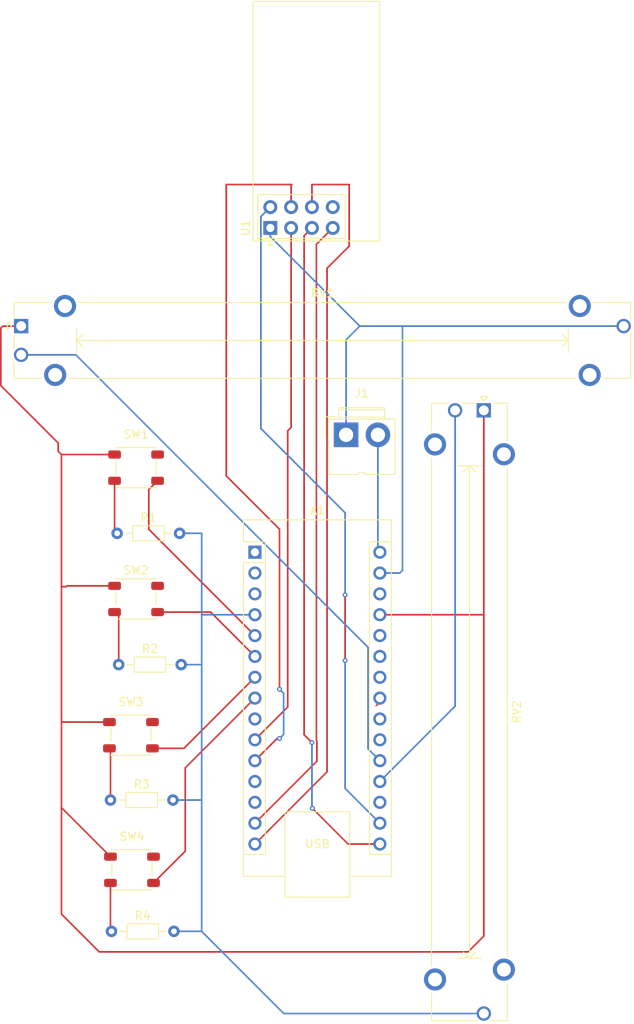
<source format=kicad_pcb>
(kicad_pcb (version 20240108) (generator "pcbnew") (generator_version "8.0")
  (layers (0 "F.Cu" signal) (31 "B.Cu" signal) (34 "B.Paste" user) (35 "F.Paste" user) (36 "B.SilkS" user "B.Silkscreen") (37 "F.SilkS" user "F.Silkscreen") (38 "B.Mask" user) (39 "F.Mask" user) (44 "Edge.Cuts" user))
  (net 0 "")
  (net 8 "unconnected-(A1-A4-Pad23)")
  (net 9 "Net-(A1-D2)")
  (net 13 "Net-(A1-A1)")
  (net 14 "Net-(A1-D11)")
  (net 15 "Net-(A1-A0)")
  (net 16 "Net-(A1-D7)")
  (net 17 "Net-(A1-D13)")
  (net 19 "Net-(A1-D5)")
  (net 22 "Net-(A1-+5V)")
  (net 23 "Net-(A1-D8)")
  (net 24 "Net-(A1-D4)")
  (net 25 "Net-(A1-D12)")
  (net 26 "Net-(A1-D3)")
  (net 27 "Net-(A1-3V3)")
  (net 29 "Net-(J1-Pin_1)")
  (net 30 "Net-(A1-VIN)")
  (footprint "Resistor_THT:R_Axial_DIN0204_L3.6mm_D1.6mm_P7.62mm_Horizontal" (layer "F.Cu") (at 122.19 85.5)
    (property "Reference" "R1" (at 3.81 -1.92 360) (layer "F.SilkS"))
    (property "Value" "10 kΩ")
    (fp_line (start 0.94 0) (end 1.89 0) (stroke (width 0.12)) (layer "F.SilkS"))
    (fp_line (start 1.89 -0.92) (end 1.89 0.92) (stroke (width 0.12)) (layer "F.SilkS"))
    (fp_line (start 1.89 0.92) (end 5.73 0.92) (stroke (width 0.12)) (layer "F.SilkS"))
    (fp_line (start 5.73 -0.92) (end 1.89 -0.92) (stroke (width 0.12)) (layer "F.SilkS"))
    (fp_line (start 5.73 0.92) (end 5.73 -0.92) (stroke (width 0.12)) (layer "F.SilkS"))
    (fp_line (start 6.68 0) (end 5.73 0) (stroke (width 0.12)) (layer "F.SilkS"))
    (pad "1" thru_hole circle (at 0 0) (size 1.4 1.4) (drill 0.7) (layers "*.Cu" "*.Mask") (net 9 "Net-(A1-D2)"))
    (pad "2" thru_hole oval (at 7.62 0) (size 1.4 1.4) (drill 0.7) (layers "*.Cu" "*.Mask") (net 29 "Net-(J1-Pin_1)"))
  )
  (footprint "Module:Arduino_Nano" (layer "F.Cu") (at 139 87.8)
    (property "Reference" "A1" (at 7.62 -5.08 0) (layer "F.SilkS"))
    (property "Value" "Arduino_Nano_v3.x")
    (fp_line (start -1.4 -3.94) (end -1.4 -1.27) (stroke (width 0.12)) (layer "F.SilkS"))
    (fp_line (start -1.4 1.27) (end -1.4 39.5) (stroke (width 0.12)) (layer "F.SilkS"))
    (fp_line (start -1.4 39.5) (end 3.68 39.5) (stroke (width 0.12)) (layer "F.SilkS"))
    (fp_line (start 1.27 -1.27) (end -1.4 -1.27) (stroke (width 0.12)) (layer "F.SilkS"))
    (fp_line (start 1.27 1.27) (end -1.4 1.27) (stroke (width 0.12)) (layer "F.SilkS"))
    (fp_line (start 1.27 1.27) (end 1.27 -1.27) (stroke (width 0.12)) (layer "F.SilkS"))
    (fp_line (start 1.27 1.27) (end 1.27 36.83) (stroke (width 0.12)) (layer "F.SilkS"))
    (fp_line (start 1.27 36.83) (end -1.4 36.83) (stroke (width 0.12)) (layer "F.SilkS"))
    (fp_line (start 3.68 31.62) (end 11.56 31.62) (stroke (width 0.12)) (layer "F.SilkS"))
    (fp_line (start 3.68 42.04) (end 3.68 31.62) (stroke (width 0.12)) (layer "F.SilkS"))
    (fp_line (start 11.56 31.62) (end 11.56 42.04) (stroke (width 0.12)) (layer "F.SilkS"))
    (fp_line (start 11.56 42.04) (end 3.68 42.04) (stroke (width 0.12)) (layer "F.SilkS"))
    (fp_line (start 13.97 -1.27) (end 13.97 36.83) (stroke (width 0.12)) (layer "F.SilkS"))
    (fp_line (start 13.97 -1.27) (end 16.64 -1.27) (stroke (width 0.12)) (layer "F.SilkS"))
    (fp_line (start 13.97 36.83) (end 16.64 36.83) (stroke (width 0.12)) (layer "F.SilkS"))
    (fp_line (start 16.64 -3.94) (end -1.4 -3.94) (stroke (width 0.12)) (layer "F.SilkS"))
    (fp_line (start 16.64 39.5) (end 11.56 39.5) (stroke (width 0.12)) (layer "F.SilkS"))
    (fp_line (start 16.64 39.5) (end 16.64 -3.94) (stroke (width 0.12)) (layer "F.SilkS"))
    (fp_text user "USB" (at 7.62 35.56 0) (layer "F.SilkS"))
    (pad "1" thru_hole rect (at 0 0) (size 1.6 1.6) (drill 1) (layers "*.Cu" "*.Mask"))
    (pad "2" thru_hole oval (at 0 2.54) (size 1.6 1.6) (drill 1) (layers "*.Cu" "*.Mask"))
    (pad "3" thru_hole oval (at 0 5.08) (size 1.6 1.6) (drill 1) (layers "*.Cu" "*.Mask"))
    (pad "4" thru_hole oval (at 0 7.62) (size 1.6 1.6) (drill 1) (layers "*.Cu" "*.Mask") (net 29 "Net-(J1-Pin_1)"))
    (pad "5" thru_hole oval (at 0 10.16) (size 1.6 1.6) (drill 1) (layers "*.Cu" "*.Mask") (net 9 "Net-(A1-D2)"))
    (pad "6" thru_hole oval (at 0 12.7) (size 1.6 1.6) (drill 1) (layers "*.Cu" "*.Mask") (net 26 "Net-(A1-D3)"))
    (pad "7" thru_hole oval (at 0 15.24) (size 1.6 1.6) (drill 1) (layers "*.Cu" "*.Mask") (net 24 "Net-(A1-D4)"))
    (pad "8" thru_hole oval (at 0 17.78) (size 1.6 1.6) (drill 1) (layers "*.Cu" "*.Mask") (net 19 "Net-(A1-D5)"))
    (pad "9" thru_hole oval (at 0 20.32) (size 1.6 1.6) (drill 1) (layers "*.Cu" "*.Mask"))
    (pad "10" thru_hole oval (at 0 22.86) (size 1.6 1.6) (drill 1) (layers "*.Cu" "*.Mask") (net 16 "Net-(A1-D7)"))
    (pad "11" thru_hole oval (at 0 25.4) (size 1.6 1.6) (drill 1) (layers "*.Cu" "*.Mask") (net 23 "Net-(A1-D8)"))
    (pad "12" thru_hole oval (at 0 27.94) (size 1.6 1.6) (drill 1) (layers "*.Cu" "*.Mask"))
    (pad "13" thru_hole oval (at 0 30.48) (size 1.6 1.6) (drill 1) (layers "*.Cu" "*.Mask"))
    (pad "14" thru_hole oval (at 0 33.02) (size 1.6 1.6) (drill 1) (layers "*.Cu" "*.Mask") (net 14 "Net-(A1-D11)"))
    (pad "15" thru_hole oval (at 0 35.56) (size 1.6 1.6) (drill 1) (layers "*.Cu" "*.Mask") (net 25 "Net-(A1-D12)"))
    (pad "16" thru_hole oval (at 15.24 35.56) (size 1.6 1.6) (drill 1) (layers "*.Cu" "*.Mask") (net 17 "Net-(A1-D13)"))
    (pad "17" thru_hole oval (at 15.24 33.02) (size 1.6 1.6) (drill 1) (layers "*.Cu" "*.Mask") (net 27 "Net-(A1-3V3)"))
    (pad "18" thru_hole oval (at 15.24 30.48) (size 1.6 1.6) (drill 1) (layers "*.Cu" "*.Mask"))
    (pad "19" thru_hole oval (at 15.24 27.94) (size 1.6 1.6) (drill 1) (layers "*.Cu" "*.Mask") (net 15 "Net-(A1-A0)"))
    (pad "20" thru_hole oval (at 15.24 25.4) (size 1.6 1.6) (drill 1) (layers "*.Cu" "*.Mask") (net 13 "Net-(A1-A1)"))
    (pad "21" thru_hole oval (at 15.24 22.86) (size 1.6 1.6) (drill 1) (layers "*.Cu" "*.Mask"))
    (pad "22" thru_hole oval (at 15.24 20.32) (size 1.6 1.6) (drill 1) (layers "*.Cu" "*.Mask"))
    (pad "23" thru_hole oval (at 15.24 17.78) (size 1.6 1.6) (drill 1) (layers "*.Cu" "*.Mask") (net 8 "unconnected-(A1-A4-Pad23)"))
    (pad "24" thru_hole oval (at 15.24 15.24) (size 1.6 1.6) (drill 1) (layers "*.Cu" "*.Mask"))
    (pad "25" thru_hole oval (at 15.24 12.7) (size 1.6 1.6) (drill 1) (layers "*.Cu" "*.Mask"))
    (pad "26" thru_hole oval (at 15.24 10.16) (size 1.6 1.6) (drill 1) (layers "*.Cu" "*.Mask"))
    (pad "27" thru_hole oval (at 15.24 7.62) (size 1.6 1.6) (drill 1) (layers "*.Cu" "*.Mask") (net 22 "Net-(A1-+5V)"))
    (pad "28" thru_hole oval (at 15.24 5.08) (size 1.6 1.6) (drill 1) (layers "*.Cu" "*.Mask"))
    (pad "29" thru_hole oval (at 15.24 2.54) (size 1.6 1.6) (drill 1) (layers "*.Cu" "*.Mask") (net 29 "Net-(J1-Pin_1)"))
    (pad "30" thru_hole oval (at 15.24 0) (size 1.6 1.6) (drill 1) (layers "*.Cu" "*.Mask") (net 30 "Net-(A1-VIN)"))
  )
  (footprint "Button_Switch_SMD:SW_SPST_PTS647_Sx50" (layer "F.Cu") (at 124.5 93.5)
    (property "Reference" "SW2" (at 0 -3.5 360) (layer "F.SilkS"))
    (property "Value" "SW_SPST")
    (fp_line (start -2.45 -2.45) (end -2.45 -2.4) (stroke (width 0.12)) (layer "F.SilkS"))
    (fp_line (start -2.45 -2.45) (end 2.45 -2.45) (stroke (width 0.12)) (layer "F.SilkS"))
    (fp_line (start -2.45 -0.75) (end -2.45 0.75) (stroke (width 0.12)) (layer "F.SilkS"))
    (fp_line (start -2.45 2.45) (end -2.45 2.4) (stroke (width 0.12)) (layer "F.SilkS"))
    (fp_line (start -2.45 2.45) (end 2.45 2.45) (stroke (width 0.12)) (layer "F.SilkS"))
    (fp_line (start 2.45 -2.45) (end 2.45 -2.4) (stroke (width 0.12)) (layer "F.SilkS"))
    (fp_line (start 2.45 -0.75) (end 2.45 0.75) (stroke (width 0.12)) (layer "F.SilkS"))
    (fp_line (start 2.45 2.45) (end 2.45 2.4) (stroke (width 0.12)) (layer "F.SilkS"))
    (pad "1" smd roundrect (at -2.625 -1.6) (size 1.55 1) (layers "F.Cu" "F.Paste" "F.Mask") (net 22 "Net-(A1-+5V)"))
    (pad "1" smd roundrect (at 2.625 -1.6) (size 1.55 1) (layers "F.Cu" "F.Paste" "F.Mask") (net 22 "Net-(A1-+5V)"))
    (pad "2" smd roundrect (at -2.625 1.6) (size 1.55 1) (layers "F.Cu" "F.Paste" "F.Mask") (net 26 "Net-(A1-D3)"))
    (pad "2" smd roundrect (at 2.625 1.6) (size 1.55 1) (layers "F.Cu" "F.Paste" "F.Mask") (net 26 "Net-(A1-D3)"))
  )
  (footprint "Button_Switch_SMD:SW_SPST_PTS647_Sx50" (layer "F.Cu") (at 124 126.5)
    (property "Reference" "SW4" (at 0 -4.05 0) (layer "F.SilkS"))
    (property "Value" "SW_SPST")
    (fp_line (start -2.45 -2.45) (end -2.45 -2.4) (stroke (width 0.12)) (layer "F.SilkS"))
    (fp_line (start -2.45 -2.45) (end 2.45 -2.45) (stroke (width 0.12)) (layer "F.SilkS"))
    (fp_line (start -2.45 -0.75) (end -2.45 0.75) (stroke (width 0.12)) (layer "F.SilkS"))
    (fp_line (start -2.45 2.45) (end -2.45 2.4) (stroke (width 0.12)) (layer "F.SilkS"))
    (fp_line (start -2.45 2.45) (end 2.45 2.45) (stroke (width 0.12)) (layer "F.SilkS"))
    (fp_line (start 2.45 -2.45) (end 2.45 -2.4) (stroke (width 0.12)) (layer "F.SilkS"))
    (fp_line (start 2.45 -0.75) (end 2.45 0.75) (stroke (width 0.12)) (layer "F.SilkS"))
    (fp_line (start 2.45 2.45) (end 2.45 2.4) (stroke (width 0.12)) (layer "F.SilkS"))
    (pad "1" smd roundrect (at -2.625 -1.6) (size 1.55 1) (layers "F.Cu" "F.Paste" "F.Mask") (net 22 "Net-(A1-+5V)"))
    (pad "1" smd roundrect (at 2.625 -1.6) (size 1.55 1) (layers "F.Cu" "F.Paste" "F.Mask") (net 22 "Net-(A1-+5V)"))
    (pad "2" smd roundrect (at -2.625 1.6) (size 1.55 1) (layers "F.Cu" "F.Paste" "F.Mask") (net 19 "Net-(A1-D5)"))
    (pad "2" smd roundrect (at 2.625 1.6) (size 1.55 1) (layers "F.Cu" "F.Paste" "F.Mask") (net 19 "Net-(A1-D5)"))
  )
  (footprint "RF_Module:nRF24L01_Breakout" (layer "F.Cu") (at 140.875 48.2895 90)
    (property "Reference" "U1" (at 0 -3 90) (layer "F.SilkS"))
    (property "Value" "NRF24L01_Breakout")
    (fp_line (start 27.6 -2.1) (end 27.6 13.35) (stroke (width 0.12)) (layer "F.SilkS"))
    (fp_line (start -1.6 -2.1) (end 27.6 -2.1) (stroke (width 0.12)) (layer "F.SilkS"))
    (fp_line (start -1.6 -2.1) (end -1.6 -2.1) (stroke (width 0.12)) (layer "F.SilkS"))
    (fp_line (start 4.064 -1.524) (end 4.064 9.144) (stroke (width 0.12)) (layer "F.SilkS"))
    (fp_line (start -1.27 -1.524) (end 4.064 -1.524) (stroke (width 0.12)) (layer "F.SilkS"))
    (fp_line (start -1.27 -1.524) (end -1.27 -1.524) (stroke (width 0.12)) (layer "F.SilkS"))
    (fp_line (start 4.064 9.144) (end -1.27 9.144) (stroke (width 0.12)) (layer "F.SilkS"))
    (fp_line (start -1.27 9.144) (end -1.27 -1.524) (stroke (width 0.12)) (layer "F.SilkS"))
    (fp_line (start -1.27 9.144) (end -1.27 9.144) (stroke (width 0.12)) (layer "F.SilkS"))
    (fp_line (start 27.6 13.35) (end -1.6 13.35) (stroke (width 0.12)) (layer "F.SilkS"))
    (fp_line (start -1.6 13.35) (end -1.6 -2.1) (stroke (width 0.12)) (layer "F.SilkS"))
    (fp_poly (pts (xy -1.8 0) (xy -2.136 0.24) (xy -2.136 -0.24) (xy -1.8 0)) (stroke (width 0.12)) (fill solid) (layer "F.SilkS"))
    (pad "1" thru_hole rect (at 0 0 90) (size 1.7 1.7) (drill 1) (layers "*.Cu" "*.Mask") (net 29 "Net-(J1-Pin_1)"))
    (pad "2" thru_hole circle (at 2.54 0 90) (size 1.7 1.7) (drill 1) (layers "*.Cu" "*.Mask") (net 27 "Net-(A1-3V3)"))
    (pad "3" thru_hole circle (at 0 2.54 90) (size 1.7 1.7) (drill 1) (layers "*.Cu" "*.Mask") (net 16 "Net-(A1-D7)"))
    (pad "4" thru_hole circle (at 2.54 2.54 90) (size 1.7 1.7) (drill 1) (layers "*.Cu" "*.Mask") (net 23 "Net-(A1-D8)"))
    (pad "5" thru_hole circle (at 0 5.08 90) (size 1.7 1.7) (drill 1) (layers "*.Cu" "*.Mask") (net 17 "Net-(A1-D13)"))
    (pad "6" thru_hole circle (at 2.54 5.08 90) (size 1.7 1.7) (drill 1) (layers "*.Cu" "*.Mask") (net 25 "Net-(A1-D12)"))
    (pad "7" thru_hole circle (at 0 7.62 90) (size 1.7 1.7) (drill 1) (layers "*.Cu" "*.Mask") (net 14 "Net-(A1-D11)"))
    (pad "8" thru_hole circle (at 2.54 7.62 90) (size 1.7 1.7) (drill 1) (layers "*.Cu" "*.Mask"))
  )
  (footprint "Button_Switch_SMD:SW_SPST_PTS647_Sx50" (layer "F.Cu") (at 123.875 110.1)
    (property "Reference" "SW3" (at 0 -4.05 0) (layer "F.SilkS"))
    (property "Value" "SW_SPST")
    (fp_line (start -2.45 -2.45) (end -2.45 -2.4) (stroke (width 0.12)) (layer "F.SilkS"))
    (fp_line (start -2.45 -2.45) (end 2.45 -2.45) (stroke (width 0.12)) (layer "F.SilkS"))
    (fp_line (start -2.45 -0.75) (end -2.45 0.75) (stroke (width 0.12)) (layer "F.SilkS"))
    (fp_line (start -2.45 2.45) (end -2.45 2.4) (stroke (width 0.12)) (layer "F.SilkS"))
    (fp_line (start -2.45 2.45) (end 2.45 2.45) (stroke (width 0.12)) (layer "F.SilkS"))
    (fp_line (start 2.45 -2.45) (end 2.45 -2.4) (stroke (width 0.12)) (layer "F.SilkS"))
    (fp_line (start 2.45 -0.75) (end 2.45 0.75) (stroke (width 0.12)) (layer "F.SilkS"))
    (fp_line (start 2.45 2.45) (end 2.45 2.4) (stroke (width 0.12)) (layer "F.SilkS"))
    (pad "1" smd roundrect (at -2.625 -1.6) (size 1.55 1) (layers "F.Cu" "F.Paste" "F.Mask") (net 22 "Net-(A1-+5V)"))
    (pad "1" smd roundrect (at 2.625 -1.6) (size 1.55 1) (layers "F.Cu" "F.Paste" "F.Mask") (net 22 "Net-(A1-+5V)"))
    (pad "2" smd roundrect (at -2.625 1.6) (size 1.55 1) (layers "F.Cu" "F.Paste" "F.Mask") (net 24 "Net-(A1-D4)"))
    (pad "2" smd roundrect (at 2.625 1.6) (size 1.55 1) (layers "F.Cu" "F.Paste" "F.Mask") (net 24 "Net-(A1-D4)"))
  )
  (footprint "Resistor_THT:R_Axial_DIN0204_L3.6mm_D1.6mm_P7.62mm_Horizontal" (layer "F.Cu") (at 121.38 118)
    (property "Reference" "R3" (at 3.81 -1.92 0) (layer "F.SilkS"))
    (property "Value" "10 kΩ")
    (fp_line (start 0.94 0) (end 1.89 0) (stroke (width 0.12)) (layer "F.SilkS"))
    (fp_line (start 1.89 -0.92) (end 1.89 0.92) (stroke (width 0.12)) (layer "F.SilkS"))
    (fp_line (start 1.89 0.92) (end 5.73 0.92) (stroke (width 0.12)) (layer "F.SilkS"))
    (fp_line (start 5.73 -0.92) (end 1.89 -0.92) (stroke (width 0.12)) (layer "F.SilkS"))
    (fp_line (start 5.73 0.92) (end 5.73 -0.92) (stroke (width 0.12)) (layer "F.SilkS"))
    (fp_line (start 6.68 0) (end 5.73 0) (stroke (width 0.12)) (layer "F.SilkS"))
    (pad "1" thru_hole circle (at 0 0) (size 1.4 1.4) (drill 0.7) (layers "*.Cu" "*.Mask") (net 24 "Net-(A1-D4)"))
    (pad "2" thru_hole oval (at 7.62 0) (size 1.4 1.4) (drill 0.7) (layers "*.Cu" "*.Mask") (net 29 "Net-(J1-Pin_1)"))
  )
  (footprint "Potentiometer_THT:Potentiometer_Bourns_PTA6043_Single_Slide" (layer "F.Cu") (at 110.48 60.25)
    (property "Reference" "RV1" (at 36.75 -4 0) (layer "F.SilkS"))
    (property "Value" "R_Potentiometer")
    (fp_line (start -1.675 -0.5) (end -1.675 0.5) (stroke (width 0.12)) (layer "F.SilkS"))
    (fp_line (start -1.675 0.5) (end -1.175 0) (stroke (width 0.12)) (layer "F.SilkS"))
    (fp_line (start -1.175 0) (end -1.675 -0.5) (stroke (width 0.12)) (layer "F.SilkS"))
    (fp_line (start -0.87 -2.87) (end -0.87 -1.175) (stroke (width 0.12)) (layer "F.SilkS"))
    (fp_line (start -0.87 -2.87) (end 3.715 -2.87) (stroke (width 0.12)) (layer "F.SilkS"))
    (fp_line (start -0.87 1.175) (end -0.87 2.678) (stroke (width 0.12)) (layer "F.SilkS"))
    (fp_line (start -0.87 4.323) (end -0.87 6.37) (stroke (width 0.12)) (layer "F.SilkS"))
    (fp_line (start -0.87 6.37) (end 2.515 6.37) (stroke (width 0.12)) (layer "F.SilkS"))
    (fp_line (start 5.786 6.37) (end 67.715 6.37) (stroke (width 0.12)) (layer "F.SilkS"))
    (fp_line (start 6.75 0.25) (end 6.75 3.25) (stroke (width 0.12)) (layer "F.SilkS"))
    (fp_line (start 6.75 1.75) (end 7.5 2.5) (stroke (width 0.12)) (layer "F.SilkS"))
    (fp_line (start 6.75 1.75) (end 66.75 1.75) (stroke (width 0.12)) (layer "F.SilkS"))
    (fp_line (start 6.986 -2.87) (end 66.515 -2.87) (stroke (width 0.12)) (layer "F.SilkS"))
    (fp_line (start 7.5 1) (end 6.75 1.75) (stroke (width 0.12)) (layer "F.SilkS"))
    (fp_line (start 66 1) (end 66.75 1.75) (stroke (width 0.12)) (layer "F.SilkS"))
    (fp_line (start 66.75 0.25) (end 66.75 3.25) (stroke (width 0.12)) (layer "F.SilkS"))
    (fp_line (start 66.75 1.75) (end 66 2.5) (stroke (width 0.12)) (layer "F.SilkS"))
    (fp_line (start 69.786 -2.87) (end 74.37 -2.87) (stroke (width 0.12)) (layer "F.SilkS"))
    (fp_line (start 70.986 6.37) (end 74.37 6.37) (stroke (width 0.12)) (layer "F.SilkS"))
    (fp_line (start 74.37 -2.87) (end 74.37 -0.823) (stroke (width 0.12)) (layer "F.SilkS"))
    (fp_line (start 74.37 0.823) (end 74.37 6.37) (stroke (width 0.12)) (layer "F.SilkS"))
    (pad "1" thru_hole rect (at 0 0) (size 1.75 1.75) (drill 1.2) (layers "*.Cu" "*.Mask") (net 22 "Net-(A1-+5V)"))
    (pad "2" thru_hole circle (at 0 3.5) (size 1.75 1.75) (drill 1.2) (layers "*.Cu" "*.Mask") (net 13 "Net-(A1-A1)"))
    (pad "3" thru_hole circle (at 73.5 0) (size 1.75 1.75) (drill 1.2) (layers "*.Cu" "*.Mask") (net 29 "Net-(J1-Pin_1)"))
    (pad "MP" thru_hole circle (at 4.15 5.95) (size 2.7 2.7) (drill 1.7) (layers "*.Cu" "*.Mask"))
    (pad "MP" thru_hole circle (at 5.35 -2.45) (size 2.7 2.7) (drill 1.7) (layers "*.Cu" "*.Mask"))
    (pad "MP" thru_hole circle (at 68.15 -2.45) (size 2.7 2.7) (drill 1.7) (layers "*.Cu" "*.Mask"))
    (pad "MP" thru_hole circle (at 69.35 5.95) (size 2.7 2.7) (drill 1.7) (layers "*.Cu" "*.Mask"))
  )
  (footprint "Resistor_THT:R_Axial_DIN0204_L3.6mm_D1.6mm_P7.62mm_Horizontal" (layer "F.Cu") (at 122.38 101.5)
    (property "Reference" "R2" (at 3.81 -1.92 360) (layer "F.SilkS"))
    (property "Value" "10 kΩ")
    (fp_line (start 0.94 0) (end 1.89 0) (stroke (width 0.12)) (layer "F.SilkS"))
    (fp_line (start 1.89 -0.92) (end 1.89 0.92) (stroke (width 0.12)) (layer "F.SilkS"))
    (fp_line (start 1.89 0.92) (end 5.73 0.92) (stroke (width 0.12)) (layer "F.SilkS"))
    (fp_line (start 5.73 -0.92) (end 1.89 -0.92) (stroke (width 0.12)) (layer "F.SilkS"))
    (fp_line (start 5.73 0.92) (end 5.73 -0.92) (stroke (width 0.12)) (layer "F.SilkS"))
    (fp_line (start 6.68 0) (end 5.73 0) (stroke (width 0.12)) (layer "F.SilkS"))
    (pad "1" thru_hole circle (at 0 0) (size 1.4 1.4) (drill 0.7) (layers "*.Cu" "*.Mask") (net 26 "Net-(A1-D3)"))
    (pad "2" thru_hole oval (at 7.62 0) (size 1.4 1.4) (drill 0.7) (layers "*.Cu" "*.Mask") (net 29 "Net-(J1-Pin_1)"))
  )
  (footprint "Button_Switch_SMD:SW_SPST_PTS647_Sx50" (layer "F.Cu") (at 124.5 77.5)
    (property "Reference" "SW1" (at 0 -4.05 0) (layer "F.SilkS"))
    (property "Value" "SW_SPST")
    (fp_line (start -2.45 -2.45) (end -2.45 -2.4) (stroke (width 0.12)) (layer "F.SilkS"))
    (fp_line (start -2.45 -2.45) (end 2.45 -2.45) (stroke (width 0.12)) (layer "F.SilkS"))
    (fp_line (start -2.45 -0.75) (end -2.45 0.75) (stroke (width 0.12)) (layer "F.SilkS"))
    (fp_line (start -2.45 2.45) (end -2.45 2.4) (stroke (width 0.12)) (layer "F.SilkS"))
    (fp_line (start -2.45 2.45) (end 2.45 2.45) (stroke (width 0.12)) (layer "F.SilkS"))
    (fp_line (start 2.45 -2.45) (end 2.45 -2.4) (stroke (width 0.12)) (layer "F.SilkS"))
    (fp_line (start 2.45 -0.75) (end 2.45 0.75) (stroke (width 0.12)) (layer "F.SilkS"))
    (fp_line (start 2.45 2.45) (end 2.45 2.4) (stroke (width 0.12)) (layer "F.SilkS"))
    (pad "1" smd roundrect (at -2.625 -1.6) (size 1.55 1) (layers "F.Cu" "F.Paste" "F.Mask") (net 22 "Net-(A1-+5V)"))
    (pad "1" smd roundrect (at 2.625 -1.6) (size 1.55 1) (layers "F.Cu" "F.Paste" "F.Mask") (net 22 "Net-(A1-+5V)"))
    (pad "2" smd roundrect (at -2.625 1.6) (size 1.55 1) (layers "F.Cu" "F.Paste" "F.Mask") (net 9 "Net-(A1-D2)"))
    (pad "2" smd roundrect (at 2.625 1.6) (size 1.55 1) (layers "F.Cu" "F.Paste" "F.Mask") (net 9 "Net-(A1-D2)"))
  )
  (footprint "Potentiometer_THT:Potentiometer_Bourns_PTA6043_Single_Slide" (layer "F.Cu") (at 166.92 70.515 -90)
    (property "Reference" "RV2" (at 36.75 -4 90) (layer "F.SilkS"))
    (property "Value" "R_Potentiometer")
    (fp_line (start -0.87 6.37) (end 2.515 6.37) (stroke (width 0.12)) (layer "F.SilkS"))
    (fp_line (start 5.786 6.37) (end 67.715 6.37) (stroke (width 0.12)) (layer "F.SilkS"))
    (fp_line (start 70.986 6.37) (end 74.37 6.37) (stroke (width 0.12)) (layer "F.SilkS"))
    (fp_line (start -0.87 4.323) (end -0.87 6.37) (stroke (width 0.12)) (layer "F.SilkS"))
    (fp_line (start 6.75 1.75) (end 7.5 2.5) (stroke (width 0.12)) (layer "F.SilkS"))
    (fp_line (start 6.75 1.75) (end 66.75 1.75) (stroke (width 0.12)) (layer "F.SilkS"))
    (fp_line (start 66.75 1.75) (end 66 2.5) (stroke (width 0.12)) (layer "F.SilkS"))
    (fp_line (start -0.87 1.175) (end -0.87 2.678) (stroke (width 0.12)) (layer "F.SilkS"))
    (fp_line (start 7.5 1) (end 6.75 1.75) (stroke (width 0.12)) (layer "F.SilkS"))
    (fp_line (start 66 1) (end 66.75 1.75) (stroke (width 0.12)) (layer "F.SilkS"))
    (fp_line (start 74.37 0.823) (end 74.37 6.37) (stroke (width 0.12)) (layer "F.SilkS"))
    (fp_line (start -1.675 0.5) (end -1.175 0) (stroke (width 0.12)) (layer "F.SilkS"))
    (fp_line (start 6.75 0.25) (end 6.75 3.25) (stroke (width 0.12)) (layer "F.SilkS"))
    (fp_line (start 66.75 0.25) (end 66.75 3.25) (stroke (width 0.12)) (layer "F.SilkS"))
    (fp_line (start -1.175 0) (end -1.675 -0.5) (stroke (width 0.12)) (layer "F.SilkS"))
    (fp_line (start -1.675 -0.5) (end -1.675 0.5) (stroke (width 0.12)) (layer "F.SilkS"))
    (fp_line (start -0.87 -2.87) (end -0.87 -1.175) (stroke (width 0.12)) (layer "F.SilkS"))
    (fp_line (start -0.87 -2.87) (end 3.715 -2.87) (stroke (width 0.12)) (layer "F.SilkS"))
    (fp_line (start 6.986 -2.87) (end 66.515 -2.87) (stroke (width 0.12)) (layer "F.SilkS"))
    (fp_line (start 69.786 -2.87) (end 74.37 -2.87) (stroke (width 0.12)) (layer "F.SilkS"))
    (fp_line (start 74.37 -2.87) (end 74.37 -0.823) (stroke (width 0.12)) (layer "F.SilkS"))
    (pad "1" thru_hole rect (at 0 0 270) (size 1.75 1.75) (drill 1.2) (layers "*.Cu" "*.Mask") (net 22 "Net-(A1-+5V)"))
    (pad "2" thru_hole circle (at 0 3.5 270) (size 1.75 1.75) (drill 1.2) (layers "*.Cu" "*.Mask") (net 15 "Net-(A1-A0)"))
    (pad "3" thru_hole circle (at 73.5 0 270) (size 1.75 1.75) (drill 1.2) (layers "*.Cu" "*.Mask") (net 29 "Net-(J1-Pin_1)"))
    (pad "MP" thru_hole circle (at 4.15 5.95 270) (size 2.7 2.7) (drill 1.7) (layers "*.Cu" "*.Mask"))
    (pad "MP" thru_hole circle (at 5.35 -2.45 270) (size 2.7 2.7) (drill 1.7) (layers "*.Cu" "*.Mask"))
    (pad "MP" thru_hole circle (at 68.15 -2.45 270) (size 2.7 2.7) (drill 1.7) (layers "*.Cu" "*.Mask"))
    (pad "MP" thru_hole circle (at 69.35 5.95 270) (size 2.7 2.7) (drill 1.7) (layers "*.Cu" "*.Mask"))
  )
  (footprint "Connector:JWT_A3963_1x02_P3.96mm_Vertical" (layer "F.Cu") (at 150.12 73.5)
    (property "Reference" "J1" (at 1.91 -5.08 360) (layer "F.SilkS"))
    (property "Value" "Conn_01x02_Pin")
    (fp_line (start -2.5 -2.2) (end -2.5 0) (stroke (width 0.12)) (layer "F.SilkS"))
    (fp_line (start -2.16 -1.91) (end -2.16 0) (stroke (width 0.12)) (layer "F.SilkS"))
    (fp_line (start -2.16 -1.91) (end 5.97 -1.91) (stroke (width 0.12)) (layer "F.SilkS"))
    (fp_line (start -2.16 0) (end -2.16 4.83) (stroke (width 0.12)) (layer "F.SilkS"))
    (fp_line (start -1.2 -2.2) (end -2.5 -2.2) (stroke (width 0.12)) (layer "F.SilkS"))
    (fp_line (start -0.89 -3.3) (end 4.7 -3.3) (stroke (width 0.12)) (layer "F.SilkS"))
    (fp_line (start -0.89 -3.05) (end 4.7 -3.05) (stroke (width 0.12)) (layer "F.SilkS"))
    (fp_line (start -0.89 -2.16) (end 4.7 -2.16) (stroke (width 0.12)) (layer "F.SilkS"))
    (fp_line (start -0.89 -1.91) (end -0.89 -3.3) (stroke (width 0.12)) (layer "F.SilkS"))
    (fp_line (start 1.52 4.57) (end 2.29 4.57) (stroke (width 0.12)) (layer "F.SilkS"))
    (fp_line (start 1.52 4.83) (end -2.16 4.83) (stroke (width 0.12)) (layer "F.SilkS"))
    (fp_line (start 1.52 4.83) (end 1.52 4.57) (stroke (width 0.12)) (layer "F.SilkS"))
    (fp_line (start 2.29 4.57) (end 2.29 4.83) (stroke (width 0.12)) (layer "F.SilkS"))
    (fp_line (start 2.29 4.83) (end 5.97 4.83) (stroke (width 0.12)) (layer "F.SilkS"))
    (fp_line (start 4.7 -1.91) (end 4.7 -3.3) (stroke (width 0.12)) (layer "F.SilkS"))
    (fp_line (start 5.97 -1.91) (end 5.97 0) (stroke (width 0.12)) (layer "F.SilkS"))
    (fp_line (start 5.97 4.83) (end 5.97 0) (stroke (width 0.12)) (layer "F.SilkS"))
    (pad "1" thru_hole rect (at 0 0) (size 3 3) (drill 1.75) (layers "*.Cu" "*.Mask") (net 29 "Net-(J1-Pin_1)"))
    (pad "2" thru_hole circle (at 3.88 0) (size 3 3) (drill 1.75) (layers "*.Cu" "*.Mask") (net 30 "Net-(A1-VIN)"))
  )
  (footprint "Resistor_THT:R_Axial_DIN0204_L3.6mm_D1.6mm_P7.62mm_Horizontal" (layer "F.Cu") (at 121.5 134)
    (property "Reference" "R4" (at 3.81 -1.92 360) (layer "F.SilkS"))
    (property "Value" "10 kΩ")
    (fp_line (start 0.94 0) (end 1.89 0) (stroke (width 0.12)) (layer "F.SilkS"))
    (fp_line (start 1.89 -0.92) (end 1.89 0.92) (stroke (width 0.12)) (layer "F.SilkS"))
    (fp_line (start 1.89 0.92) (end 5.73 0.92) (stroke (width 0.12)) (layer "F.SilkS"))
    (fp_line (start 5.73 -0.92) (end 1.89 -0.92) (stroke (width 0.12)) (layer "F.SilkS"))
    (fp_line (start 5.73 0.92) (end 5.73 -0.92) (stroke (width 0.12)) (layer "F.SilkS"))
    (fp_line (start 6.68 0) (end 5.73 0) (stroke (width 0.12)) (layer "F.SilkS"))
    (pad "1" thru_hole circle (at 0 0) (size 1.4 1.4) (drill 0.7) (layers "*.Cu" "*.Mask") (net 19 "Net-(A1-D5)"))
    (pad "2" thru_hole oval (at 7.62 0) (size 1.4 1.4) (drill 0.7) (layers "*.Cu" "*.Mask") (net 29 "Net-(J1-Pin_1)"))
  )
  (segment (start 154.24 106.06) (end 153.8 106.5) (width 0.2) (layer "F.Cu") (net 8))
  (segment (start 121.875 79.1) (end 121.875 85.185) (width 0.2) (layer "F.Cu") (net 9))
  (segment (start 126.05 80.175) (end 126.05 85.01) (width 0.2) (layer "F.Cu") (net 9))
  (segment (start 121.875 85.185) (end 122.19 85.5) (width 0.2) (layer "F.Cu") (net 9))
  (segment (start 127.125 79.1) (end 126.05 80.175) (width 0.2) (layer "F.Cu") (net 9))
  (segment (start 126.05 85.01) (end 139 97.96) (width 0.2) (layer "F.Cu") (net 9))
  (segment (start 117.15 63.75) (end 152.8 99.4) (width 0.2) (layer "B.Cu") (net 13))
  (segment (start 110.48 63.75) (end 117.15 63.75) (width 0.2) (layer "B.Cu") (net 13))
  (segment (start 152.8 99.4) (end 152.8 111.76) (width 0.2) (layer "B.Cu") (net 13))
  (segment (start 152.8 111.76) (end 154.24 113.2) (width 0.2) (layer "B.Cu") (net 13))
  (segment (start 146.5 50.2845) (end 146.5 110.696471) (width 0.2) (layer "F.Cu") (net 14))
  (segment (start 146.5 110.696471) (end 146.555 110.751471) (width 0.2) (layer "F.Cu") (net 14))
  (segment (start 146.555 110.751471) (end 146.555 113.265) (width 0.2) (layer "F.Cu") (net 14))
  (segment (start 148.495 48.2895) (end 146.5 50.2845) (width 0.2) (layer "F.Cu") (net 14))
  (segment (start 146.555 113.265) (end 139 120.82) (width 0.2) (layer "F.Cu") (net 14))
  (segment (start 163.42 106.56) (end 154.24 115.74) (width 0.2) (layer "B.Cu") (net 15))
  (segment (start 163.42 70.515) (end 163.42 106.56) (width 0.2) (layer "B.Cu") (net 15))
  (segment (start 143.415 72.585) (end 143 73) (width 0.2) (layer "F.Cu") (net 16))
  (segment (start 143 106.66) (end 139 110.66) (width 0.2) (layer "F.Cu") (net 16))
  (segment (start 143 73) (end 143 106.66) (width 0.2) (layer "F.Cu") (net 16))
  (segment (start 143.415 48.2895) (end 143.415 72.585) (width 0.2) (layer "F.Cu") (net 16))
  (segment (start 145.955 48.2895) (end 145 49.2445) (width 0.2) (layer "F.Cu") (net 17))
  (segment (start 145 49.2445) (end 145 110.045) (width 0.2) (layer "F.Cu") (net 17))
  (segment (start 154.24 123.36) (end 150.36 123.36) (width 0.2) (layer "F.Cu") (net 17))
  (segment (start 145 110.045) (end 145.955 111) (width 0.2) (layer "F.Cu") (net 17))
  (segment (start 150.36 123.36) (end 146 119) (width 0.2) (layer "F.Cu") (net 17))
  (via (at 146 119) (size 0.6) (drill 0.3) (layers "F.Cu" "B.Cu") (net 17))
  (via (at 145.955 111) (size 0.6) (drill 0.3) (layers "F.Cu" "B.Cu") (net 17))
  (segment (start 145.955 118.955) (end 146 119) (width 0.2) (layer "B.Cu") (net 17))
  (segment (start 145.955 111) (end 145.955 118.955) (width 0.2) (layer "B.Cu") (net 17))
  (segment (start 130.5 124.225) (end 130.5 114.08) (width 0.2) (layer "F.Cu") (net 19))
  (segment (start 126.625 128.1) (end 130.5 124.225) (width 0.2) (layer "F.Cu") (net 19))
  (segment (start 130.5 114.08) (end 139 105.58) (width 0.2) (layer "F.Cu") (net 19))
  (segment (start 121.375 128.1) (end 121.375 133.875) (width 0.2) (layer "F.Cu") (net 19))
  (segment (start 121.375 133.875) (end 121.5 134) (width 0.2) (layer "F.Cu") (net 19))
  (segment (start 166.84 95.42) (end 166.92 95.5) (width 0.2) (layer "F.Cu") (net 22))
  (segment (start 115 74.5) (end 115 75.5) (width 0.2) (layer "F.Cu") (net 22))
  (segment (start 108.25 60.25) (end 108 60.5) (width 0.2) (layer "F.Cu") (net 22))
  (segment (start 166.92 134.58) (end 166.92 95.5) (width 0.2) (layer "F.Cu") (net 22))
  (segment (start 154.24 95.42) (end 166.84 95.42) (width 0.2) (layer "F.Cu") (net 22))
  (segment (start 108 60.5) (end 108 67.5) (width 0.2) (layer "F.Cu") (net 22))
  (segment (start 166.92 95.5) (end 166.92 70.515) (width 0.2) (layer "F.Cu") (net 22))
  (segment (start 116 92) (end 116.1 91.9) (width 0.2) (layer "F.Cu") (net 22))
  (segment (start 115.4 118.925) (end 115.4 131.9) (width 0.2) (layer "F.Cu") (net 22))
  (segment (start 120 136.5) (end 165 136.5) (width 0.2) (layer "F.Cu") (net 22))
  (segment (start 115.4 108.5) (end 115.4 118.925) (width 0.2) (layer "F.Cu") (net 22))
  (segment (start 115 75.5) (end 115.4 75.9) (width 0.2) (layer "F.Cu") (net 22))
  (segment (start 115.4 118.925) (end 121.375 124.9) (width 0.2) (layer "F.Cu") (net 22))
  (segment (start 110.48 60.25) (end 108.25 60.25) (width 0.2) (layer "F.Cu") (net 22))
  (segment (start 108 67.5) (end 115 74.5) (width 0.2) (layer "F.Cu") (net 22))
  (segment (start 115.4 131.9) (end 120 136.5) (width 0.2) (layer "F.Cu") (net 22))
  (segment (start 115.4 108.5) (end 121.25 108.5) (width 0.2) (layer "F.Cu") (net 22))
  (segment (start 115.4 75.9) (end 115.4 92) (width 0.2) (layer "F.Cu") (net 22))
  (segment (start 115.4 92) (end 116 92) (width 0.2) (layer "F.Cu") (net 22))
  (segment (start 165 136.5) (end 166.92 134.58) (width 0.2) (layer "F.Cu") (net 22))
  (segment (start 115.4 75.9) (end 121.875 75.9) (width 0.2) (layer "F.Cu") (net 22))
  (segment (start 115.4 92) (end 115.4 108.5) (width 0.2) (layer "F.Cu") (net 22))
  (segment (start 116.1 91.9) (end 121.875 91.9) (width 0.2) (layer "F.Cu") (net 22))
  (segment (start 135.5 78.5) (end 142 85) (width 0.2) (layer "F.Cu") (net 23))
  (segment (start 143.415 43.085) (end 143.5 43) (width 0.2) (layer "F.Cu") (net 23))
  (segment (start 141.7 110.5) (end 142 110.5) (width 0.2) (layer "F.Cu") (net 23))
  (segment (start 135.5 43) (end 135.5 78.5) (width 0.2) (layer "F.Cu") (net 23))
  (segment (start 139 113.2) (end 141.7 110.5) (width 0.2) (layer "F.Cu") (net 23))
  (segment (start 143.415 45.7495) (end 143.415 43.085) (width 0.2) (layer "F.Cu") (net 23))
  (segment (start 143.5 43) (end 135.5 43) (width 0.2) (layer "F.Cu") (net 23))
  (segment (start 142 85) (end 142 104.5) (width 0.2) (layer "F.Cu") (net 23))
  (via (at 142 110.5) (size 0.6) (drill 0.3) (layers "F.Cu" "B.Cu") (net 23))
  (via (at 142 104.5) (size 0.6) (drill 0.3) (layers "F.Cu" "B.Cu") (net 23))
  (segment (start 142.5 105) (end 142 104.5) (width 0.2) (layer "B.Cu") (net 23))
  (segment (start 142 110.5) (end 142.5 110) (width 0.2) (layer "B.Cu") (net 23))
  (segment (start 142.5 110) (end 142.5 105) (width 0.2) (layer "B.Cu") (net 23))
  (segment (start 121.38 111.83) (end 121.25 111.7) (width 0.2) (layer "F.Cu") (net 24))
  (segment (start 126.5 111.7) (end 130.34 111.7) (width 0.2) (layer "F.Cu") (net 24))
  (segment (start 121.38 118) (end 121.38 111.83) (width 0.2) (layer "F.Cu") (net 24))
  (segment (start 130.34 111.7) (end 139 103.04) (width 0.2) (layer "F.Cu") (net 24))
  (segment (start 139 123.36) (end 147.794117 114.565883) (width 0.2) (layer "F.Cu") (net 25))
  (segment (start 150.5 50.5) (end 150.5 43) (width 0.2) (layer "F.Cu") (net 25))
  (segment (start 150.5 43) (end 145.955 43) (width 0.2) (layer "F.Cu") (net 25))
  (segment (start 145.955 43) (end 145.955 45.7495) (width 0.2) (layer "F.Cu") (net 25))
  (segment (start 147.794117 53.205883) (end 150.5 50.5) (width 0.2) (layer "F.Cu") (net 25))
  (segment (start 147.794117 114.565883) (end 147.794117 53.205883) (width 0.2) (layer "F.Cu") (net 25))
  (segment (start 133.6 95.1) (end 139 100.5) (width 0.2) (layer "F.Cu") (net 26))
  (segment (start 121.875 95.1) (end 122.38 95.605) (width 0.2) (layer "F.Cu") (net 26))
  (segment (start 127.125 95.1) (end 133.6 95.1) (width 0.2) (layer "F.Cu") (net 26))
  (segment (start 122.38 95.605) (end 122.38 101.5) (width 0.2) (layer "F.Cu") (net 26))
  (segment (start 150 93) (end 150 101) (width 0.2) (layer "F.Cu") (net 27))
  (via (at 150 101) (size 0.6) (drill 0.3) (layers "F.Cu" "B.Cu") (net 27))
  (via (at 150 93) (size 0.6) (drill 0.3) (layers "F.Cu" "B.Cu") (net 27))
  (segment (start 150 116.58) (end 150 101) (width 0.2) (layer "B.Cu") (net 27))
  (segment (start 139.725 72.725) (end 150 83) (width 0.2) (layer "B.Cu") (net 27))
  (segment (start 139.725 46.8995) (end 139.725 72.725) (width 0.2) (layer "B.Cu") (net 27))
  (segment (start 154.24 120.82) (end 150 116.58) (width 0.2) (layer "B.Cu") (net 27))
  (segment (start 150 83) (end 150 93) (width 0.2) (layer "B.Cu") (net 27))
  (segment (start 140.875 45.7495) (end 139.725 46.8995) (width 0.2) (layer "B.Cu") (net 27))
  (segment (start 150.12 61.9155) (end 151.7855 60.25) (width 0.2) (layer "B.Cu") (net 29))
  (segment (start 132.58 95.42) (end 132.5 95.5) (width 0.2) (layer "B.Cu") (net 29))
  (segment (start 132.5 85.5) (end 132.5 95.5) (width 0.2) (layer "B.Cu") (net 29))
  (segment (start 156.66 90.34) (end 157 90) (width 0.2) (layer "B.Cu") (net 29))
  (segment (start 139 95.42) (end 132.58 95.42) (width 0.2) (layer "B.Cu") (net 29))
  (segment (start 132.5 95.5) (end 132.5 101.5) (width 0.2) (layer "B.Cu") (net 29))
  (segment (start 129.81 85.5) (end 132.5 85.5) (width 0.2) (layer "B.Cu") (net 29))
  (segment (start 142.515 144.015) (end 132.5 134) (width 0.2) (layer "B.Cu") (net 29))
  (segment (start 157 60.25) (end 183.98 60.25) (width 0.2) (layer "B.Cu") (net 29))
  (segment (start 140.875 48.2895) (end 140.875 49.3395) (width 0.2) (layer "B.Cu") (net 29))
  (segment (start 154.24 90.34) (end 156.66 90.34) (width 0.2) (layer "B.Cu") (net 29))
  (segment (start 140.875 49.3395) (end 151.7855 60.25) (width 0.2) (layer "B.Cu") (net 29))
  (segment (start 150.12 73.5) (end 150.12 61.9155) (width 0.2) (layer "B.Cu") (net 29))
  (segment (start 166.92 144.015) (end 142.515 144.015) (width 0.2) (layer "B.Cu") (net 29))
  (segment (start 132.5 134) (end 129.12 134) (width 0.2) (layer "B.Cu") (net 29))
  (segment (start 132.5 118) (end 132.5 134) (width 0.2) (layer "B.Cu") (net 29))
  (segment (start 151.7855 60.25) (end 157 60.25) (width 0.2) (layer "B.Cu") (net 29))
  (segment (start 132.5 118) (end 129 118) (width 0.2) (layer "B.Cu") (net 29))
  (segment (start 132.5 101.5) (end 130 101.5) (width 0.2) (layer "B.Cu") (net 29))
  (segment (start 132.5 101.5) (end 132.5 118) (width 0.2) (layer "B.Cu") (net 29))
  (segment (start 157 90) (end 157 60.25) (width 0.2) (layer "B.Cu") (net 29))
  (segment (start 154 87.56) (end 154.24 87.8) (width 0.2) (layer "B.Cu") (net 30))
  (segment (start 154 73.5) (end 154 87.56) (width 0.2) (layer "B.Cu") (net 30))
)
</source>
